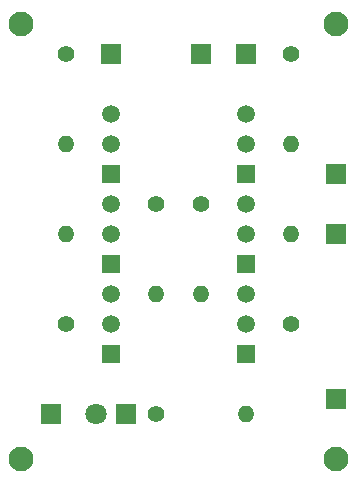
<source format=gbr>
%TF.GenerationSoftware,KiCad,Pcbnew,7.0.8*%
%TF.CreationDate,2023-11-03T11:40:41-07:00*%
%TF.ProjectId,bus_driver,6275735f-6472-4697-9665-722e6b696361,rev?*%
%TF.SameCoordinates,Original*%
%TF.FileFunction,Soldermask,Top*%
%TF.FilePolarity,Negative*%
%FSLAX46Y46*%
G04 Gerber Fmt 4.6, Leading zero omitted, Abs format (unit mm)*
G04 Created by KiCad (PCBNEW 7.0.8) date 2023-11-03 11:40:41*
%MOMM*%
%LPD*%
G01*
G04 APERTURE LIST*
%ADD10R,1.700000X1.700000*%
%ADD11C,1.400000*%
%ADD12O,1.400000X1.400000*%
%ADD13R,1.500000X1.500000*%
%ADD14C,1.500000*%
%ADD15R,1.800000X1.800000*%
%ADD16C,1.800000*%
%ADD17C,2.100000*%
G04 APERTURE END LIST*
D10*
%TO.C,J2*%
X162560000Y-110490000D03*
%TD*%
%TO.C,J7*%
X162560000Y-124460000D03*
%TD*%
D11*
%TO.C,R4*%
X158750000Y-95250000D03*
D12*
X158750000Y-102870000D03*
%TD*%
D11*
%TO.C,R2*%
X151130000Y-107950000D03*
D12*
X151130000Y-115570000D03*
%TD*%
D10*
%TO.C,J1*%
X138430000Y-125730000D03*
%TD*%
D13*
%TO.C,Q5*%
X143510000Y-105410000D03*
D14*
X143510000Y-102870000D03*
X143510000Y-100330000D03*
%TD*%
D15*
%TO.C,D1*%
X144780000Y-125730000D03*
D16*
X142240000Y-125730000D03*
%TD*%
D10*
%TO.C,J4*%
X143510000Y-95250000D03*
%TD*%
D13*
%TO.C,Q1*%
X143510000Y-120650000D03*
D14*
X143510000Y-118110000D03*
X143510000Y-115570000D03*
%TD*%
D17*
%TO.C,REF\u002A\u002A*%
X135890000Y-92710000D03*
%TD*%
D11*
%TO.C,R3*%
X147320000Y-107950000D03*
D12*
X147320000Y-115570000D03*
%TD*%
D11*
%TO.C,R6*%
X139700000Y-95250000D03*
D12*
X139700000Y-102870000D03*
%TD*%
D17*
%TO.C,REF\u002A\u002A*%
X135890000Y-129540000D03*
%TD*%
D11*
%TO.C,R7*%
X139700000Y-118110000D03*
D12*
X139700000Y-110490000D03*
%TD*%
D10*
%TO.C,J3*%
X154940000Y-95250000D03*
%TD*%
D11*
%TO.C,R5*%
X158750000Y-118110000D03*
D12*
X158750000Y-110490000D03*
%TD*%
D13*
%TO.C,Q4*%
X154940000Y-105410000D03*
D14*
X154940000Y-102870000D03*
X154940000Y-100330000D03*
%TD*%
D11*
%TO.C,R1*%
X147320000Y-125730000D03*
D12*
X154940000Y-125730000D03*
%TD*%
D10*
%TO.C,J5*%
X162560000Y-105410000D03*
%TD*%
D13*
%TO.C,Q6*%
X143510000Y-113030000D03*
D14*
X143510000Y-110490000D03*
X143510000Y-107950000D03*
%TD*%
D13*
%TO.C,Q3*%
X154940000Y-113030000D03*
D14*
X154940000Y-110490000D03*
X154940000Y-107950000D03*
%TD*%
D17*
%TO.C,REF\u002A\u002A*%
X162560000Y-129540000D03*
%TD*%
D10*
%TO.C,J6*%
X151130000Y-95250000D03*
%TD*%
D17*
%TO.C,REF\u002A\u002A*%
X162560000Y-92710000D03*
%TD*%
D13*
%TO.C,Q2*%
X154940000Y-120650000D03*
D14*
X154940000Y-118110000D03*
X154940000Y-115570000D03*
%TD*%
M02*

</source>
